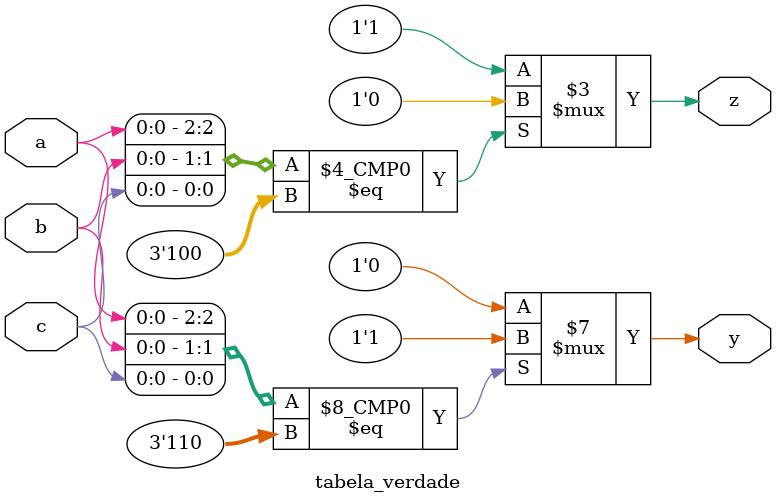
<source format=sv>
module tabela_verdade (input a, b, c, output logic y, z);

always_comb begin
 case({a, b, c})
	3'b111: begin y=0; z=1; end
	3'b110: begin y=1; z=1; end
	3'b100: begin y=0; z=0; end
	default: begin y=0; z=1; end
 endcase 
 
end

endmodule 
</source>
